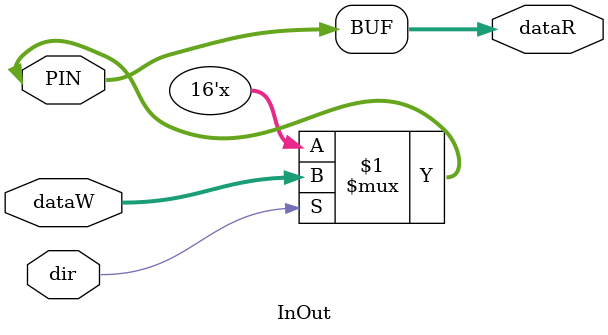
<source format=v>
/**
* Tristate Buffer (16 bit)
*
* if (dir == 0) IN: PIN are set to High-Z, dataR = external PIN
* if (dir == 1) OUTPUT: dataW is output to external PIN, dataR = dataW
*/
`default_nettype none

module InOut(
	inout [15:0] PIN,
	input [15:0] dataW,
	output [15:0] dataR,
	input dir
);
	// No need to implement this chip.
	// This chip is implemented using tristate value z
	assign PIN = dir? dataW: 16'bzzzzzzzzzzzzzzzz;
	assign dataR = PIN;
	
endmodule

</source>
